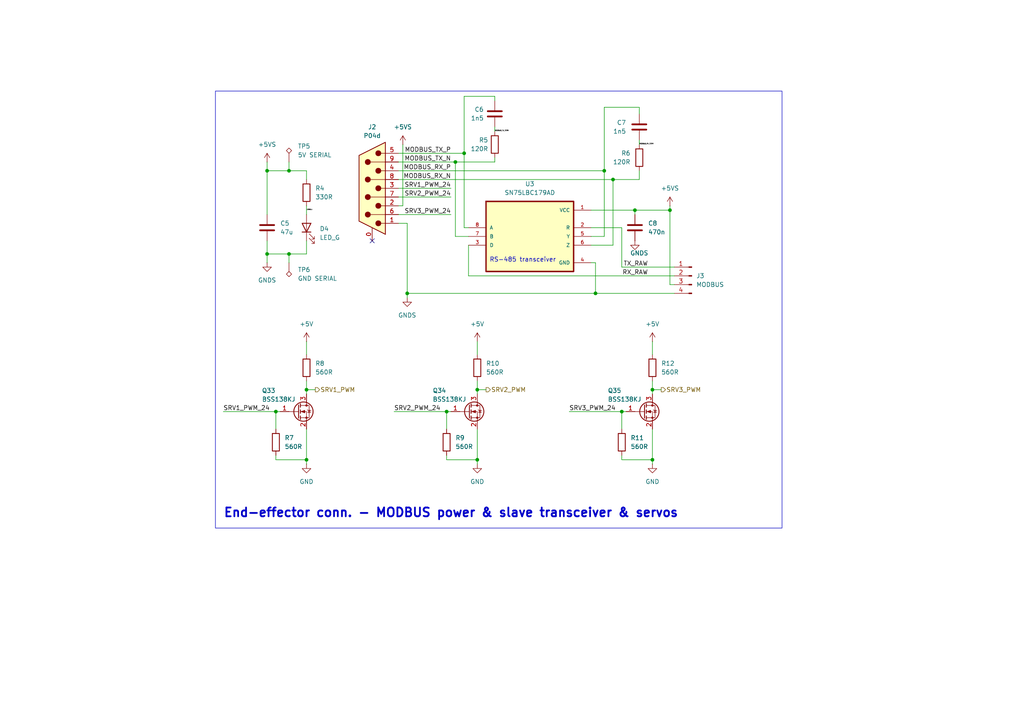
<source format=kicad_sch>
(kicad_sch (version 20231120) (generator "eeschema") (generator_version "8.0")
  (paper "A4")
  (title_block (title "Karcsi (INDACT Robot Arm) - Aux. Control Board 3") (date "2024-05-09") (rev "1.0") (company "LEGO Kör (legokor.hu)") (comment 1 "Designed by Panka Horváth, Gergely Halász, Máté Kovács") (comment 2 "Reviewed by Máté Kovács, "))
  (lib_symbols
    (symbol "Connector:Conn_01x04_Pin" (pin_names (offset 1.016) hide)
      (property "Reference" "J" (at 0 5.08 0))
      (property "Value" "Conn_01x04_Pin" (at 0 -7.62 0))
      (symbol "Conn_01x04_Pin_1_1"
        (polyline (pts (xy 1.27 -5.08) (xy 0.8636 -5.08)) (stroke (width 0.1524)))
        (polyline (pts (xy 1.27 -2.54) (xy 0.8636 -2.54)) (stroke (width 0.1524)))
        (polyline (pts (xy 1.27 0) (xy 0.8636 0)) (stroke (width 0.1524)))
        (polyline (pts (xy 1.27 2.54) (xy 0.8636 2.54)) (stroke (width 0.1524)))
        (rectangle (start 0.8636 -4.953) (end 0 -5.207) (stroke (width 0.1524)) (fill (type outline)))
        (rectangle (start 0.8636 -2.413) (end 0 -2.667) (stroke (width 0.1524)) (fill (type outline)))
        (rectangle (start 0.8636 0.127) (end 0 -0.127) (stroke (width 0.1524)) (fill (type outline)))
        (rectangle (start 0.8636 2.667) (end 0 2.413) (stroke (width 0.1524)) (fill (type outline)))
        (pin passive line (at 5.08 2.54 180) (length 3.81) (name "Pin_1") (number "1"))
        (pin passive line (at 5.08 0 180) (length 3.81) (name "Pin_2") (number "2"))
        (pin passive line (at 5.08 -2.54 180) (length 3.81) (name "Pin_3") (number "3"))
        (pin passive line (at 5.08 -5.08 180) (length 3.81) (name "Pin_4") (number "4"))
      )
    )
    (symbol "Connector:DE9_Plug_MountingHoles" (pin_names (offset 1.016) hide)
      (property "Reference" "J" (at 0 16.51 0))
      (property "Value" "DE9_Plug_MountingHoles" (at 0 14.605 0))
      (symbol "DE9_Plug_MountingHoles_0_1"
        (circle (center -1.778 -10.16) (radius 0.762) (fill (type outline)))
        (circle (center -1.778 -5.08) (radius 0.762) (fill (type outline)))
        (circle (center -1.778 0) (radius 0.762) (fill (type outline)))
        (circle (center -1.778 5.08) (radius 0.762) (fill (type outline)))
        (circle (center -1.778 10.16) (radius 0.762) (fill (type outline)))
        (polyline (pts (xy -3.81 -10.16) (xy -2.54 -10.16)))
        (polyline (pts (xy -3.81 -7.62) (xy 0.508 -7.62)))
        (polyline (pts (xy -3.81 -5.08) (xy -2.54 -5.08)))
        (polyline (pts (xy -3.81 -2.54) (xy 0.508 -2.54)))
        (polyline (pts (xy -3.81 0) (xy -2.54 0)))
        (polyline (pts (xy -3.81 2.54) (xy 0.508 2.54)))
        (polyline (pts (xy -3.81 5.08) (xy -2.54 5.08)))
        (polyline (pts (xy -3.81 7.62) (xy 0.508 7.62)))
        (polyline (pts (xy -3.81 10.16) (xy -2.54 10.16)))
        (polyline (pts (xy -3.81 -13.335) (xy -3.81 13.335) (xy 3.81 9.525) (xy 3.81 -9.525) (xy -3.81 -13.335)) (stroke (width 0.254)) (fill (type background)))
        (circle (center 1.27 -7.62) (radius 0.762) (fill (type outline)))
        (circle (center 1.27 -2.54) (radius 0.762) (fill (type outline)))
        (circle (center 1.27 2.54) (radius 0.762) (fill (type outline)))
        (circle (center 1.27 7.62) (radius 0.762) (fill (type outline)))
      )
      (symbol "DE9_Plug_MountingHoles_1_1"
        (pin passive line (at 0 -15.24 90) (length 3.81) (name "PAD") (number "0"))
        (pin passive line (at -7.62 -10.16 0) (length 3.81) (name "1") (number "1"))
        (pin passive line (at -7.62 -5.08 0) (length 3.81) (name "2") (number "2"))
        (pin passive line (at -7.62 0 0) (length 3.81) (name "3") (number "3"))
        (pin passive line (at -7.62 5.08 0) (length 3.81) (name "4") (number "4"))
        (pin passive line (at -7.62 10.16 0) (length 3.81) (name "5") (number "5"))
        (pin passive line (at -7.62 -7.62 0) (length 3.81) (name "6") (number "6"))
        (pin passive line (at -7.62 -2.54 0) (length 3.81) (name "7") (number "7"))
        (pin passive line (at -7.62 2.54 0) (length 3.81) (name "8") (number "8"))
        (pin passive line (at -7.62 7.62 0) (length 3.81) (name "9") (number "9"))
      )
    )
    (symbol "Connector:TestPoint_Alt" (pin_numbers hide) (pin_names (offset 0.762) hide)
      (property "Reference" "TP" (at 0 6.858 0))
      (property "Value" "TestPoint_Alt" (at 0 5.08 0))
      (symbol "TestPoint_Alt_0_1"
        (polyline (pts (xy 0 2.54) (xy -0.762 3.302) (xy 0 4.064) (xy 0.762 3.302) (xy 0 2.54)))
      )
      (symbol "TestPoint_Alt_1_1"
        (pin passive line (at 0 0 90) (length 2.54) (name "1") (number "1"))
      )
    )
    (symbol "Device:C" (pin_numbers hide) (pin_names (offset 0.254))
      (property "Reference" "C" (at 0.635 2.54 0))
      (property "Value" "C" (at 0.635 -2.54 0))
      (symbol "C_0_1"
        (polyline (pts (xy -2.032 -0.762) (xy 2.032 -0.762)) (stroke (width 0.508)))
        (polyline (pts (xy -2.032 0.762) (xy 2.032 0.762)) (stroke (width 0.508)))
      )
      (symbol "C_1_1"
        (pin passive line (at 0 3.81 270) (length 2.794) (name "~") (number "1"))
        (pin passive line (at 0 -3.81 90) (length 2.794) (name "~") (number "2"))
      )
    )
    (symbol "Device:LED" (pin_numbers hide) (pin_names (offset 1.016) hide)
      (property "Reference" "D" (at 0 2.54 0))
      (property "Value" "LED" (at 0 -2.54 0))
      (symbol "LED_0_1"
        (polyline (pts (xy -1.27 -1.27) (xy -1.27 1.27)) (stroke (width 0.254)))
        (polyline (pts (xy -1.27 0) (xy 1.27 0)))
        (polyline (pts (xy 1.27 -1.27) (xy 1.27 1.27) (xy -1.27 0) (xy 1.27 -1.27)) (stroke (width 0.254)))
        (polyline (pts (xy -3.048 -0.762) (xy -4.572 -2.286) (xy -3.81 -2.286) (xy -4.572 -2.286) (xy -4.572 -1.524)))
        (polyline (pts (xy -1.778 -0.762) (xy -3.302 -2.286) (xy -2.54 -2.286) (xy -3.302 -2.286) (xy -3.302 -1.524)))
      )
      (symbol "LED_1_1"
        (pin passive line (at -3.81 0 0) (length 2.54) (name "K") (number "1"))
        (pin passive line (at 3.81 0 180) (length 2.54) (name "A") (number "2"))
      )
    )
    (symbol "Device:R" (pin_numbers hide) (pin_names (offset 0))
      (property "Reference" "R" (at 2.032 0 90))
      (property "Value" "R" (at 0 0 90))
      (symbol "R_0_1"
        (rectangle (start -1.016 -2.54) (end 1.016 2.54) (stroke (width 0.254)))
      )
      (symbol "R_1_1"
        (pin passive line (at 0 3.81 270) (length 1.27) (name "~") (number "1"))
        (pin passive line (at 0 -3.81 90) (length 1.27) (name "~") (number "2"))
      )
    )
    (symbol "SN75LBC179AD:SN75LBC179AD" (pin_names (offset 1.016))
      (property "Reference" "U" (at -12.7 11.16 0))
      (property "Value" "SN75LBC179AD" (at -12.7 -14.16 0))
      (symbol "SN75LBC179AD_0_0"
        (rectangle (start -12.7 -10.16) (end 12.7 10.16) (stroke (width 0.41)) (fill (type background)))
        (pin power_in line (at 17.78 7.62 180) (length 5.08) (name "VCC") (number "1"))
        (pin output line (at 17.78 2.54 180) (length 5.08) (name "R") (number "2"))
        (pin input line (at -17.78 -2.54 0) (length 5.08) (name "D") (number "3"))
        (pin power_in line (at 17.78 -7.62 180) (length 5.08) (name "GND") (number "4"))
        (pin output line (at 17.78 0 180) (length 5.08) (name "Y") (number "5"))
        (pin output line (at 17.78 -2.54 180) (length 5.08) (name "Z") (number "6"))
        (pin input line (at -17.78 0 0) (length 5.08) (name "B") (number "7"))
        (pin input line (at -17.78 2.54 0) (length 5.08) (name "A") (number "8"))
      )
    )
    (symbol "Transistor_FET:BSS138" (pin_names hide)
      (property "Reference" "Q" (at 5.08 1.905 0))
      (property "Value" "BSS138" (at 5.08 0 0))
      (symbol "BSS138_0_1"
        (polyline (pts (xy 0.254 0) (xy -2.54 0)))
        (polyline (pts (xy 0.254 1.905) (xy 0.254 -1.905)) (stroke (width 0.254)))
        (polyline (pts (xy 0.762 -1.27) (xy 0.762 -2.286)) (stroke (width 0.254)))
        (polyline (pts (xy 0.762 0.508) (xy 0.762 -0.508)) (stroke (width 0.254)))
        (polyline (pts (xy 0.762 2.286) (xy 0.762 1.27)) (stroke (width 0.254)))
        (polyline (pts (xy 2.54 2.54) (xy 2.54 1.778)))
        (polyline (pts (xy 2.54 -2.54) (xy 2.54 0) (xy 0.762 0)))
        (polyline (pts (xy 0.762 -1.778) (xy 3.302 -1.778) (xy 3.302 1.778) (xy 0.762 1.778)))
        (polyline (pts (xy 1.016 0) (xy 2.032 0.381) (xy 2.032 -0.381) (xy 1.016 0)) (fill (type outline)))
        (polyline (pts (xy 2.794 0.508) (xy 2.921 0.381) (xy 3.683 0.381) (xy 3.81 0.254)))
        (polyline (pts (xy 3.302 0.381) (xy 2.921 -0.254) (xy 3.683 -0.254) (xy 3.302 0.381)))
        (circle (center 1.651 0) (radius 2.794) (stroke (width 0.254)))
        (circle (center 2.54 -1.778) (radius 0.254) (fill (type outline)))
        (circle (center 2.54 1.778) (radius 0.254) (fill (type outline)))
      )
      (symbol "BSS138_1_1"
        (pin input line (at -5.08 0 0) (length 2.54) (name "G") (number "1"))
        (pin passive line (at 2.54 -5.08 90) (length 2.54) (name "S") (number "2"))
        (pin passive line (at 2.54 5.08 270) (length 2.54) (name "D") (number "3"))
      )
    )
    (symbol "power:+5V" (power) (pin_numbers hide) (pin_names (offset 0) hide)
      (property "Value" "+5V" (at 0 3.556 0))
      (symbol "+5V_0_1"
        (polyline (pts (xy -0.762 1.27) (xy 0 2.54)))
        (polyline (pts (xy 0 0) (xy 0 2.54)))
        (polyline (pts (xy 0 2.54) (xy 0.762 1.27)))
      )
      (symbol "+5V_1_1"
        (pin power_in line (at 0 0 90) (length 0) (name "~") (number "1"))
      )
    )
    (symbol "power:GND" (power) (pin_numbers hide) (pin_names (offset 0) hide)
      (property "Value" "GND" (at 0 -3.81 0))
      (symbol "GND_0_1"
        (polyline (pts (xy 0 0) (xy 0 -1.27) (xy 1.27 -1.27) (xy 0 -2.54) (xy -1.27 -1.27) (xy 0 -1.27)))
      )
      (symbol "GND_1_1"
        (pin power_in line (at 0 0 270) (length 0) (name "~") (number "1"))
      )
    )
    (symbol "power:GNDS" (power) (pin_numbers hide) (pin_names (offset 0) hide)
      (property "Value" "GNDS" (at 0 -3.81 0))
      (symbol "GNDS_0_1"
        (polyline (pts (xy 0 0) (xy 0 -1.27) (xy 1.27 -1.27) (xy 0 -2.54) (xy -1.27 -1.27) (xy 0 -1.27)))
      )
      (symbol "GNDS_1_1"
        (pin power_in line (at 0 0 270) (length 0) (name "~") (number "1"))
      )
    )
  )
  (junction (at 132.08 46.99))
  (junction (at 184.15 60.96))
  (junction (at 194.31 60.96))
  (junction (at 83.82 49.53))
  (junction (at 118.11 85.09))
  (junction (at 77.47 73.66))
  (junction (at 138.43 113.03))
  (junction (at 88.9 133.35))
  (junction (at 134.62 44.45))
  (junction (at 180.34 119.38))
  (junction (at 83.82 73.66))
  (junction (at 77.47 49.53))
  (junction (at 172.72 85.09))
  (junction (at 129.54 119.38))
  (junction (at 175.26 49.53))
  (junction (at 138.43 133.35))
  (junction (at 189.23 133.35))
  (junction (at 189.23 113.03))
  (junction (at 177.8 52.07))
  (junction (at 88.9 113.03))
  (junction (at 80.01 119.38))
  (no_connect (at 107.95 69.85))
  (wire (pts (xy 88.9 59.69) (xy 88.9 62.23)))
  (wire (pts (xy 138.43 124.46) (xy 138.43 133.35)))
  (wire (pts (xy 115.57 49.53) (xy 175.26 49.53)))
  (wire (pts (xy 132.08 46.99) (xy 132.08 68.58)))
  (wire (pts (xy 194.31 60.96) (xy 184.15 60.96)))
  (wire (pts (xy 115.57 62.23) (xy 130.81 62.23)))
  (wire (pts (xy 180.34 77.47) (xy 195.58 77.47)))
  (wire (pts (xy 143.51 27.94) (xy 134.62 27.94)))
  (wire (pts (xy 129.54 133.35) (xy 138.43 133.35)))
  (wire (pts (xy 88.9 110.49) (xy 88.9 113.03)))
  (wire (pts (xy 115.57 64.77) (xy 118.11 64.77)))
  (wire (pts (xy 165.1 119.38) (xy 180.34 119.38)))
  (wire (pts (xy 129.54 124.46) (xy 129.54 119.38)))
  (wire (pts (xy 134.62 27.94) (xy 134.62 44.45)))
  (wire (pts (xy 180.34 132.08) (xy 180.34 133.35)))
  (wire (pts (xy 180.34 66.04) (xy 180.34 77.47)))
  (wire (pts (xy 80.01 133.35) (xy 88.9 133.35)))
  (wire (pts (xy 129.54 132.08) (xy 129.54 133.35)))
  (wire (pts (xy 116.84 59.69) (xy 115.57 59.69)))
  (wire (pts (xy 189.23 124.46) (xy 189.23 133.35)))
  (wire (pts (xy 132.08 68.58) (xy 135.89 68.58)))
  (wire (pts (xy 129.54 119.38) (xy 130.81 119.38)))
  (wire (pts (xy 132.08 46.99) (xy 143.51 46.99)))
  (wire (pts (xy 185.42 33.02) (xy 185.42 31.115)))
  (wire (pts (xy 189.23 113.03) (xy 189.23 114.3)))
  (wire (pts (xy 177.8 52.07) (xy 177.8 71.12)))
  (wire (pts (xy 88.9 113.03) (xy 91.44 113.03)))
  (wire (pts (xy 138.43 99.06) (xy 138.43 102.87)))
  (wire (pts (xy 185.42 40.64) (xy 185.42 41.91)))
  (wire (pts (xy 180.34 124.46) (xy 180.34 119.38)))
  (wire (pts (xy 77.47 69.85) (xy 77.47 73.66)))
  (wire (pts (xy 175.26 31.115) (xy 175.26 49.53)))
  (wire (pts (xy 118.11 64.77) (xy 118.11 85.09)))
  (wire (pts (xy 134.62 66.04) (xy 135.89 66.04)))
  (wire (pts (xy 116.84 41.91) (xy 116.84 59.69)))
  (wire (pts (xy 134.62 44.45) (xy 134.62 66.04)))
  (wire (pts (xy 185.42 49.53) (xy 185.42 52.07)))
  (wire (pts (xy 194.31 82.55) (xy 195.58 82.55)))
  (wire (pts (xy 88.9 99.06) (xy 88.9 102.87)))
  (wire (pts (xy 138.43 133.35) (xy 138.43 134.62)))
  (wire (pts (xy 83.82 46.99) (xy 83.82 49.53)))
  (wire (pts (xy 77.47 49.53) (xy 83.82 49.53)))
  (wire (pts (xy 135.89 71.12) (xy 135.89 80.01)))
  (wire (pts (xy 194.31 59.69) (xy 194.31 60.96)))
  (wire (pts (xy 118.11 85.09) (xy 118.11 86.36)))
  (wire (pts (xy 138.43 113.03) (xy 138.43 114.3)))
  (wire (pts (xy 88.9 73.66) (xy 83.82 73.66)))
  (wire (pts (xy 143.51 45.72) (xy 143.51 46.99)))
  (wire (pts (xy 189.23 133.35) (xy 189.23 134.62)))
  (wire (pts (xy 64.77 119.38) (xy 80.01 119.38)))
  (wire (pts (xy 114.3 119.38) (xy 129.54 119.38)))
  (wire (pts (xy 194.31 60.96) (xy 194.31 82.55)))
  (wire (pts (xy 115.57 57.15) (xy 130.81 57.15)))
  (wire (pts (xy 184.15 62.23) (xy 184.15 60.96)))
  (wire (pts (xy 77.47 46.99) (xy 77.47 49.53)))
  (wire (pts (xy 195.58 85.09) (xy 172.72 85.09)))
  (wire (pts (xy 177.8 52.07) (xy 185.42 52.07)))
  (wire (pts (xy 143.51 29.21) (xy 143.51 27.94)))
  (wire (pts (xy 115.57 46.99) (xy 132.08 46.99)))
  (wire (pts (xy 180.34 133.35) (xy 189.23 133.35)))
  (wire (pts (xy 177.8 71.12) (xy 171.45 71.12)))
  (wire (pts (xy 77.47 73.66) (xy 77.47 76.2)))
  (wire (pts (xy 88.9 69.85) (xy 88.9 73.66)))
  (wire (pts (xy 77.47 49.53) (xy 77.47 62.23)))
  (wire (pts (xy 88.9 113.03) (xy 88.9 114.3)))
  (wire (pts (xy 185.42 31.115) (xy 175.26 31.115)))
  (wire (pts (xy 115.57 52.07) (xy 177.8 52.07)))
  (wire (pts (xy 180.34 119.38) (xy 181.61 119.38)))
  (wire (pts (xy 189.23 99.06) (xy 189.23 102.87)))
  (wire (pts (xy 115.57 54.61) (xy 130.81 54.61)))
  (wire (pts (xy 88.9 124.46) (xy 88.9 133.35)))
  (wire (pts (xy 115.57 44.45) (xy 134.62 44.45)))
  (wire (pts (xy 135.89 80.01) (xy 195.58 80.01)))
  (wire (pts (xy 138.43 110.49) (xy 138.43 113.03)))
  (wire (pts (xy 172.72 85.09) (xy 118.11 85.09)))
  (wire (pts (xy 171.45 60.96) (xy 184.15 60.96)))
  (wire (pts (xy 143.51 38.1) (xy 143.51 36.83)))
  (wire (pts (xy 172.72 76.2) (xy 172.72 85.09)))
  (wire (pts (xy 189.23 110.49) (xy 189.23 113.03)))
  (wire (pts (xy 83.82 73.66) (xy 83.82 76.2)))
  (wire (pts (xy 88.9 133.35) (xy 88.9 134.62)))
  (wire (pts (xy 138.43 113.03) (xy 140.97 113.03)))
  (wire (pts (xy 171.45 66.04) (xy 180.34 66.04)))
  (wire (pts (xy 80.01 119.38) (xy 81.28 119.38)))
  (wire (pts (xy 83.82 49.53) (xy 88.9 49.53)))
  (wire (pts (xy 175.26 68.58) (xy 171.45 68.58)))
  (wire (pts (xy 172.72 76.2) (xy 171.45 76.2)))
  (wire (pts (xy 88.9 49.53) (xy 88.9 52.07)))
  (wire (pts (xy 80.01 124.46) (xy 80.01 119.38)))
  (wire (pts (xy 83.82 73.66) (xy 77.47 73.66)))
  (wire (pts (xy 175.26 49.53) (xy 175.26 68.58)))
  (wire (pts (xy 189.23 113.03) (xy 191.77 113.03)))
  (wire (pts (xy 80.01 132.08) (xy 80.01 133.35)))
  (rectangle (start 62.484 26.416) (end 226.822 153.162))
  (text "End-effector conn. - MODBUS power & slave transceiver & servos" (at 130.81 148.844 0) (effects (font (size 2.54 2.54) (thickness 0.508) (bold yes))))
  (text "RS-485 transceiver" (at 161.29 76.2 0) (effects (font (size 1.27 1.27)) (justify right bottom)))
  (label "SRV1_PWM_24" (at 130.81 54.61 180))
  (label "MODBUS_TX_P" (at 130.81 44.45 180))
  (label "MODBUS_RX_TERM" (at 185.42 41.91 0) (effects (font (size 0.3 0.3))))
  (label "SRV1_PWM_24" (at 64.77 119.38 0))
  (label "MODBUS_TX_N" (at 130.81 46.99 180))
  (label "MODBUS_RX_N" (at 130.81 52.07 180))
  (label "SRV3_PWM_24" (at 130.81 62.23 180))
  (label "SRV2_PWM_24" (at 130.81 57.15 180))
  (label "LED5S_A" (at 88.9 60.96 0) (effects (font (size 0.254 0.254))))
  (label "RX_RAW" (at 187.96 80.01 180))
  (label "MODBUS_RX_P" (at 130.81 49.53 180))
  (label "SRV2_PWM_24" (at 114.3 119.38 0))
  (label "MODBUS_TX_TERM" (at 143.51 38.1 0) (effects (font (size 0.3 0.3))))
  (label "TX_RAW" (at 187.96 77.47 180))
  (label "SRV3_PWM_24" (at 165.1 119.38 0))
  (hierarchical_label "SRV3_PWM" (shape output) (at 191.77 113.03 0))
  (hierarchical_label "SRV1_PWM" (shape output) (at 91.44 113.03 0))
  (hierarchical_label "SRV2_PWM" (shape output) (at 140.97 113.03 0))
  (symbol (lib_id "Device:R") (at 88.9 106.68 0) (unit 1)
    (property "Reference" "R8" (at 91.44 105.4099 0) (effects (justify left)))
    (property "Value" "560R" (at 91.44 107.9499 0) (effects (justify left)))
    (property "Footprint" "Resistor_SMD:R_0805_2012Metric_Pad1.20x1.40mm_HandSolder" (effects (hide yes)))
    (property "Description" "Resistor" (effects (hide yes)))
    (property "Supplier" "Lomex" (effects (hide yes)))
    (property "Supplier item no" "81-10-84" (effects (hide yes)))
    (property "Sourced" "1" (effects (hide yes)))
  )
  (symbol (lib_id "Device:R") (at 138.43 106.68 0) (unit 1)
    (property "Reference" "R10" (at 140.97 105.4099 0) (effects (justify left)))
    (property "Value" "560R" (at 140.97 107.9499 0) (effects (justify left)))
    (property "Footprint" "Resistor_SMD:R_0805_2012Metric_Pad1.20x1.40mm_HandSolder" (effects (hide yes)))
    (property "Description" "Resistor" (effects (hide yes)))
    (property "Supplier" "Lomex" (effects (hide yes)))
    (property "Supplier item no" "81-10-84" (effects (hide yes)))
    (property "Sourced" "1" (effects (hide yes)))
  )
  (symbol (lib_id "Device:R") (at 185.42 45.72 0) (mirror y) (unit 1)
    (property "Reference" "R6" (at 182.88 44.45 0) (effects (justify left)))
    (property "Value" "120R" (at 182.88 46.99 0) (effects (justify left)))
    (property "Footprint" "Resistor_SMD:R_0805_2012Metric_Pad1.20x1.40mm_HandSolder" (effects (hide yes)))
    (property "Sourced" "1" (effects (hide yes)))
    (property "Supplier" "Lomex" (effects (hide yes)))
    (property "Supplier item no" "81-10-76" (effects (hide yes)))
  )
  (symbol (lib_id "power:GND") (at 88.9 134.62 0) (unit 1)
    (property "Reference" "#PWR082" (effects (hide yes)))
    (property "Value" "GND" (at 88.9 139.7 0))
    (property "Description" "Power symbol creates a global label with name \"GND\" , ground" (effects (hide yes)))
  )
  (symbol (lib_id "Device:R") (at 189.23 106.68 0) (unit 1)
    (property "Reference" "R12" (at 191.77 105.4099 0) (effects (justify left)))
    (property "Value" "560R" (at 191.77 107.9499 0) (effects (justify left)))
    (property "Footprint" "Resistor_SMD:R_0805_2012Metric_Pad1.20x1.40mm_HandSolder" (effects (hide yes)))
    (property "Description" "Resistor" (effects (hide yes)))
    (property "Supplier" "Lomex" (effects (hide yes)))
    (property "Supplier item no" "81-10-84" (effects (hide yes)))
    (property "Sourced" "1" (effects (hide yes)))
  )
  (symbol (lib_id "Transistor_FET:BSS138") (at 135.89 119.38 0) (unit 1)
    (property "Reference" "Q34" (at 125.476 113.284 0) (effects (justify left)))
    (property "Value" "BSS138KJ" (at 125.476 115.824 0) (effects (justify left)))
    (property "Footprint" "Package_TO_SOT_SMD:SOT-23" (effects (hide yes)))
    (property "Datasheet" "https://lomex.hu/pdf/yet/(yet)_bss138kj.pdf" (effects (hide yes)))
    (property "Description" "50V Vds, 0.22A Id, N-Channel MOSFET, SOT-23" (effects (hide yes)))
    (property "Supplier" "Lomex" (effects (hide yes)))
    (property "Supplier URL" "https://lomex.hu/hu/webshop/#page,0/search,86-07-11/stype,1" (effects (hide yes)))
    (property "Supplier item no" "86-07-11" (effects (hide yes)))
    (property "Sourced" "1" (effects (hide yes)))
  )
  (symbol (lib_id "Device:R") (at 129.54 128.27 0) (unit 1)
    (property "Reference" "R9" (at 132.08 126.9999 0) (effects (justify left)))
    (property "Value" "560R" (at 132.08 129.5399 0) (effects (justify left)))
    (property "Footprint" "Resistor_SMD:R_0805_2012Metric_Pad1.20x1.40mm_HandSolder" (effects (hide yes)))
    (property "Description" "Resistor" (effects (hide yes)))
    (property "Supplier" "Lomex" (effects (hide yes)))
    (property "Supplier item no" "81-10-84" (effects (hide yes)))
    (property "Sourced" "1" (effects (hide yes)))
  )
  (symbol (lib_id "Device:R") (at 143.51 41.91 0) (mirror y) (unit 1)
    (property "Reference" "R5" (at 141.605 40.64 0) (effects (justify left)))
    (property "Value" "120R" (at 141.605 43.18 0) (effects (justify left)))
    (property "Footprint" "Resistor_SMD:R_0805_2012Metric_Pad1.20x1.40mm_HandSolder" (effects (hide yes)))
    (property "Sourced" "1" (effects (hide yes)))
    (property "Supplier" "Lomex" (effects (hide yes)))
    (property "Supplier item no" "81-10-76" (effects (hide yes)))
  )
  (symbol (lib_id "power:+5V") (at 194.31 59.69 0) (unit 1)
    (property "Reference" "#PWR081" (effects (hide yes)))
    (property "Value" "+5VS" (at 194.31 54.61 0))
    (property "Description" "Power symbol creates a global label with name \"+5V\"" (effects (hide yes)))
  )
  (symbol (lib_id "Device:C") (at 185.42 36.83 0) (mirror y) (unit 1)
    (property "Reference" "C7" (at 181.61 35.56 0) (effects (justify left)))
    (property "Value" "1n5" (at 181.61 38.1 0) (effects (justify left)))
    (property "Footprint" "Capacitor_SMD:C_0805_2012Metric_Pad1.18x1.45mm_HandSolder" (effects (hide yes)))
    (property "Sourced" "1" (effects (hide yes)))
    (property "Supplier" "Lomex" (effects (hide yes)))
    (property "Supplier item no" "82-16-48" (effects (hide yes)))
  )
  (symbol (lib_id "Device:R") (at 180.34 128.27 0) (unit 1)
    (property "Reference" "R11" (at 182.88 126.9999 0) (effects (justify left)))
    (property "Value" "560R" (at 182.88 129.5399 0) (effects (justify left)))
    (property "Footprint" "Resistor_SMD:R_0805_2012Metric_Pad1.20x1.40mm_HandSolder" (effects (hide yes)))
    (property "Description" "Resistor" (effects (hide yes)))
    (property "Supplier" "Lomex" (effects (hide yes)))
    (property "Supplier item no" "81-10-84" (effects (hide yes)))
    (property "Sourced" "1" (effects (hide yes)))
  )
  (symbol (lib_id "Connector:TestPoint_Alt") (at 83.82 76.2 180) (unit 1)
    (property "Reference" "TP6" (at 86.36 78.2319 0) (effects (justify right)))
    (property "Value" "GND SERIAL" (at 86.36 80.7719 0) (effects (justify right)))
    (property "Footprint" "TestPoint:TestPoint_Pad_2.0x2.0mm" (effects (hide yes)))
    (property "Description" "test point (alternative shape)" (effects (hide yes)))
    (property "Supplier" "-" (effects (hide yes)))
    (property "Supplier URL" "-" (effects (hide yes)))
    (property "Supplier item no" "-" (effects (hide yes)))
    (property "Sourced" "-" (effects (hide yes)))
  )
  (symbol (lib_id "power:+5V") (at 116.84 41.91 0) (unit 1)
    (property "Reference" "#PWR083" (effects (hide yes)))
    (property "Value" "+5VS" (at 116.84 36.83 0))
    (property "Description" "Power symbol creates a global label with name \"+5V\"" (effects (hide yes)))
  )
  (symbol (lib_id "power:+5V") (at 88.9 99.06 0) (unit 1)
    (property "Reference" "#PWR085" (effects (hide yes)))
    (property "Value" "+5V" (at 88.9 93.98 0))
    (property "Description" "Power symbol creates a global label with name \"+5V\"" (effects (hide yes)))
  )
  (symbol (lib_id "Device:C") (at 184.15 66.04 0) (unit 1)
    (property "Reference" "C8" (at 187.96 64.7699 0) (effects (justify left)))
    (property "Value" "470n" (at 187.96 67.3099 0) (effects (justify left)))
    (property "Footprint" "Capacitor_SMD:C_0805_2012Metric_Pad1.18x1.45mm_HandSolder" (effects (hide yes)))
    (property "Description" "Unpolarized capacitor" (effects (hide yes)))
    (property "Sourced" "1" (effects (hide yes)))
    (property "Supplier" "Lomex" (effects (hide yes)))
    (property "Supplier item no" "82-14-68" (effects (hide yes)))
  )
  (symbol (lib_id "Device:C") (at 143.51 33.02 0) (mirror y) (unit 1)
    (property "Reference" "C6" (at 140.335 31.75 0) (effects (justify left)))
    (property "Value" "1n5" (at 140.335 34.29 0) (effects (justify left)))
    (property "Footprint" "Capacitor_SMD:C_0805_2012Metric_Pad1.18x1.45mm_HandSolder" (effects (hide yes)))
    (property "Sourced" "1" (effects (hide yes)))
    (property "Supplier" "Lomex" (effects (hide yes)))
    (property "Supplier item no" "82-16-48" (effects (hide yes)))
  )
  (symbol (lib_id "Device:R") (at 80.01 128.27 0) (unit 1)
    (property "Reference" "R7" (at 82.55 126.9999 0) (effects (justify left)))
    (property "Value" "560R" (at 82.55 129.5399 0) (effects (justify left)))
    (property "Footprint" "Resistor_SMD:R_0805_2012Metric_Pad1.20x1.40mm_HandSolder" (effects (hide yes)))
    (property "Description" "Resistor" (effects (hide yes)))
    (property "Supplier" "Lomex" (effects (hide yes)))
    (property "Supplier item no" "81-10-84" (effects (hide yes)))
    (property "Sourced" "1" (effects (hide yes)))
  )
  (symbol (lib_id "power:GNDS") (at 77.47 76.2 0) (unit 1)
    (property "Reference" "#PWR08" (effects (hide yes)))
    (property "Value" "GNDS" (at 77.47 81.28 0))
    (property "Description" "Power symbol creates a global label with name \"GNDS\" , signal ground" (effects (hide yes)))
  )
  (symbol (lib_id "power:+5V") (at 189.23 99.06 0) (unit 1)
    (property "Reference" "#PWR088" (effects (hide yes)))
    (property "Value" "+5V" (at 189.23 93.98 0))
    (property "Description" "Power symbol creates a global label with name \"+5V\"" (effects (hide yes)))
  )
  (symbol (lib_id "SN75LBC179AD:SN75LBC179AD") (at 153.67 68.58 0) (unit 1)
    (property "Reference" "U3" (at 153.67 53.34 0))
    (property "Value" "SN75LBC179AD" (at 153.67 55.88 0))
    (property "Footprint" "SN75LBC179AD:SOIC127P599X175-8N" (effects (hide yes)))
    (property "Datasheet" "https://www.ti.com/general/docs/suppproductinfo.tsp?distId=26&gotoUrl=https://www.ti.com/lit/gpn/sn65lbc179a" (effects (hide yes)))
    (property "Description" "Differential RS-485 serial line transceiver, SOIC-8" (effects (hide yes)))
    (property "MF" "Texas Instruments" (effects (hide yes)))
    (property "Sourced" "1" (effects (hide yes)))
    (property "Supplier" "DigiKey" (effects (hide yes)))
    (property "Supplier item no" "296-41653-1-ND" (effects (hide yes)))
  )
  (symbol (lib_id "power:GND") (at 189.23 134.62 0) (unit 1)
    (property "Reference" "#PWR089" (effects (hide yes)))
    (property "Value" "GND" (at 189.23 139.7 0))
    (property "Description" "Power symbol creates a global label with name \"GND\" , ground" (effects (hide yes)))
  )
  (symbol (lib_id "power:+5V") (at 77.47 46.99 0) (unit 1)
    (property "Reference" "#PWR07" (effects (hide yes)))
    (property "Value" "+5VS" (at 77.47 41.91 0))
    (property "Description" "Power symbol creates a global label with name \"+5V\"" (effects (hide yes)))
  )
  (symbol (lib_id "Device:R") (at 88.9 55.88 0) (unit 1)
    (property "Reference" "R4" (at 91.44 54.6099 0) (effects (justify left)))
    (property "Value" "330R" (at 91.44 57.1499 0) (effects (justify left)))
    (property "Footprint" "Resistor_SMD:R_0805_2012Metric_Pad1.20x1.40mm_HandSolder" (effects (hide yes)))
    (property "Description" "Resistor" (effects (hide yes)))
    (property "Supplier" "Lomex" (effects (hide yes)))
    (property "Supplier item no" "81-10-81" (effects (hide yes)))
    (property "Sourced" "1" (effects (hide yes)))
  )
  (symbol (lib_id "power:GND") (at 138.43 134.62 0) (unit 1)
    (property "Reference" "#PWR087" (effects (hide yes)))
    (property "Value" "GND" (at 138.43 139.7 0))
    (property "Description" "Power symbol creates a global label with name \"GND\" , ground" (effects (hide yes)))
  )
  (symbol (lib_id "power:GNDS") (at 184.15 69.85 0) (unit 1)
    (property "Reference" "#PWR041" (effects (hide yes)))
    (property "Value" "GNDS" (at 185.42 73.406 0))
    (property "Description" "Power symbol creates a global label with name \"GNDS\" , signal ground" (effects (hide yes)))
  )
  (symbol (lib_id "power:GNDS") (at 118.11 86.36 0) (unit 1)
    (property "Reference" "#PWR084" (effects (hide yes)))
    (property "Value" "GNDS" (at 118.11 91.44 0))
    (property "Description" "Power symbol creates a global label with name \"GNDS\" , signal ground" (effects (hide yes)))
  )
  (symbol (lib_id "Connector:DE9_Plug_MountingHoles") (at 107.95 54.61 0) (mirror y) (unit 1)
    (property "Reference" "J2" (at 107.95 36.83 0))
    (property "Value" "P04d" (at 107.95 39.37 0))
    (property "Footprint" "Connector_Dsub:DSUB-9_Male_Horizontal_P2.77x2.84mm_EdgePinOffset7.70mm_Housed_MountingHolesOffset9.12mm" (effects (hide yes)))
    (property "Datasheet" " ~" (effects (hide yes)))
    (property "Description" "9-pin male plug pin D-SUB connector, Mounting Hole" (effects (hide yes)))
    (property "Sourced" "1" (effects (hide yes)))
    (property "Supplier" "LEGOlab" (effects (hide yes)))
    (property "Supplier item no" "-" (effects (hide yes)))
  )
  (symbol (lib_id "Connector:TestPoint_Alt") (at 83.82 46.99 0) (unit 1)
    (property "Reference" "TP5" (at 86.36 42.4179 0) (effects (justify left)))
    (property "Value" "5V SERIAL" (at 86.36 44.9579 0) (effects (justify left)))
    (property "Footprint" "TestPoint:TestPoint_Pad_2.0x2.0mm" (effects (hide yes)))
    (property "Description" "test point (alternative shape)" (effects (hide yes)))
    (property "Supplier" "-" (effects (hide yes)))
    (property "Supplier URL" "-" (effects (hide yes)))
    (property "Supplier item no" "-" (effects (hide yes)))
    (property "Sourced" "-" (effects (hide yes)))
  )
  (symbol (lib_id "Device:C") (at 77.47 66.04 0) (unit 1)
    (property "Reference" "C5" (at 81.28 64.7699 0) (effects (justify left)))
    (property "Value" "47u" (at 81.28 67.3099 0) (effects (justify left)))
    (property "Footprint" "Capacitor_SMD:C_0805_2012Metric_Pad1.18x1.45mm_HandSolder" (effects (hide yes)))
    (property "Description" "Unpolarized capacitor" (effects (hide yes)))
    (property "Supplier" "Lomex" (effects (hide yes)))
    (property "Supplier URL" "https://lomex.hu/hu/webshop/#/search,82-11-74/stype,1" (effects (hide yes)))
    (property "Supplier item no" "82-11-74" (effects (hide yes)))
    (property "Sourced" "0" (effects (hide yes)))
  )
  (symbol (lib_id "power:+5V") (at 138.43 99.06 0) (unit 1)
    (property "Reference" "#PWR086" (effects (hide yes)))
    (property "Value" "+5V" (at 138.43 93.98 0))
    (property "Description" "Power symbol creates a global label with name \"+5V\"" (effects (hide yes)))
  )
  (symbol (lib_id "Transistor_FET:BSS138") (at 86.36 119.38 0) (unit 1)
    (property "Reference" "Q33" (at 75.946 113.284 0) (effects (justify left)))
    (property "Value" "BSS138KJ" (at 75.946 115.824 0) (effects (justify left)))
    (property "Footprint" "Package_TO_SOT_SMD:SOT-23" (effects (hide yes)))
    (property "Datasheet" "https://lomex.hu/pdf/yet/(yet)_bss138kj.pdf" (effects (hide yes)))
    (property "Description" "50V Vds, 0.22A Id, N-Channel MOSFET, SOT-23" (effects (hide yes)))
    (property "Supplier" "Lomex" (effects (hide yes)))
    (property "Supplier URL" "https://lomex.hu/hu/webshop/#page,0/search,86-07-11/stype,1" (effects (hide yes)))
    (property "Supplier item no" "86-07-11" (effects (hide yes)))
    (property "Sourced" "1" (effects (hide yes)))
  )
  (symbol (lib_id "Device:LED") (at 88.9 66.04 90) (unit 1)
    (property "Reference" "D4" (at 92.71 66.3574 90) (effects (justify right)))
    (property "Value" "LED_G" (at 92.71 68.8974 90) (effects (justify right)))
    (property "Footprint" "LED_SMD:LED_0805_2012Metric_Pad1.15x1.40mm_HandSolder" (effects (hide yes)))
    (property "Datasheet" "https://mm.digikey.com/Volume0/opasdata/d220001/medias/docus/3804/B1701NG--20D000314U1930.pdf" (effects (hide yes)))
    (property "Description" "Light emitting diode" (effects (hide yes)))
    (property "Supplier" "DigiKey" (effects (hide yes)))
    (property "Supplier URL" "https://www.digikey.hu/hu/products/detail/harvatek-corporation/B1701NG-20D000314U1930/16671738" (effects (hide yes)))
    (property "Supplier item no" "3147-B1701NG--20D000314U1930CT-ND" (effects (hide yes)))
    (property "Sourced" "1" (effects (hide yes)))
  )
  (symbol (lib_id "Connector:Conn_01x04_Pin") (at 200.66 80.01 0) (mirror y) (unit 1)
    (property "Reference" "J3" (at 201.93 80.0099 0) (effects (justify right)))
    (property "Value" "MODBUS" (at 201.93 82.5499 0) (effects (justify right)))
    (property "Footprint" "Connector_PinHeader_1.00mm:PinHeader_1x04_P1.00mm_Horizontal" (effects (hide yes)))
    (property "Description" "Generic connector, single row, 01x04, script generated" (effects (hide yes)))
    (property "Supplier" "LEGOlab" (effects (hide yes)))
    (property "Supplier item no" "-" (effects (hide yes)))
  )
  (symbol (lib_id "Transistor_FET:BSS138") (at 186.69 119.38 0) (unit 1)
    (property "Reference" "Q35" (at 176.276 113.284 0) (effects (justify left)))
    (property "Value" "BSS138KJ" (at 176.276 115.824 0) (effects (justify left)))
    (property "Footprint" "Package_TO_SOT_SMD:SOT-23" (effects (hide yes)))
    (property "Datasheet" "https://lomex.hu/pdf/yet/(yet)_bss138kj.pdf" (effects (hide yes)))
    (property "Description" "50V Vds, 0.22A Id, N-Channel MOSFET, SOT-23" (effects (hide yes)))
    (property "Supplier" "Lomex" (effects (hide yes)))
    (property "Supplier URL" "https://lomex.hu/hu/webshop/#page,0/search,86-07-11/stype,1" (effects (hide yes)))
    (property "Supplier item no" "86-07-11" (effects (hide yes)))
    (property "Sourced" "1" (effects (hide yes)))
  )
)
</source>
